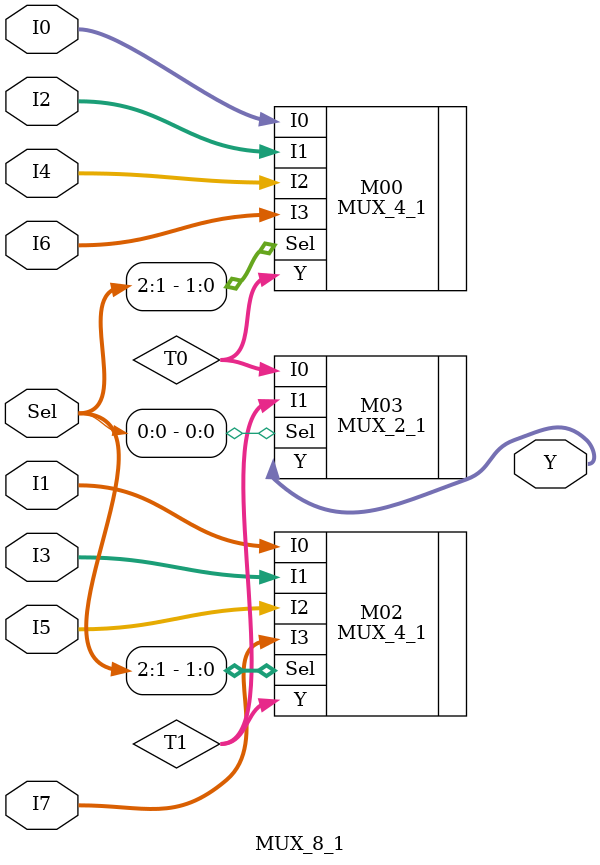
<source format=v>
module MUX_8_1 #(
    parameter WIDTH = 32
) (
    input [WIDTH-1:0] I0, I1, I2, I3, I4, I5, I6, I7,
    input [2:0] Sel,
    output [WIDTH-1:0] Y
);
    wire [WIDTH-1:0] T0, T1;
    MUX_4_1 #(.WIDTH(WIDTH)) M00 (.I0(I0), .I1(I2), .I2(I4), .I3(I6), .Sel({Sel[2], Sel[1]}), .Y(T0));
    MUX_4_1 #(.WIDTH(WIDTH)) M02 (.I0(I1), .I1(I3), .I2(I5), .I3(I7), .Sel({Sel[2], Sel[1]}), .Y(T1));
    MUX_2_1 #(.WIDTH(WIDTH)) M03 (.I0(T0), .I1(T1), .Sel(Sel[0]), .Y(Y));

endmodule
</source>
